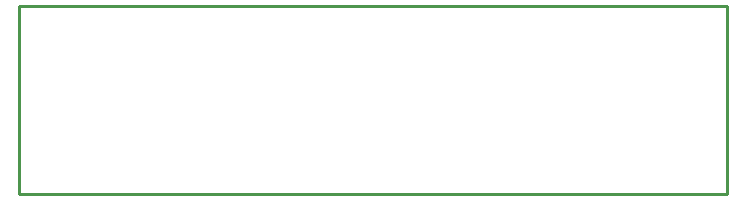
<source format=gbr>
G04 EAGLE Gerber RS-274X export*
G75*
%MOMM*%
%FSLAX34Y34*%
%LPD*%
%IN*%
%IPPOS*%
%AMOC8*
5,1,8,0,0,1.08239X$1,22.5*%
G01*
%ADD10C,0.254000*%


D10*
X0Y0D02*
X599240Y0D01*
X599240Y159260D01*
X0Y159260D01*
X0Y0D01*
M02*

</source>
